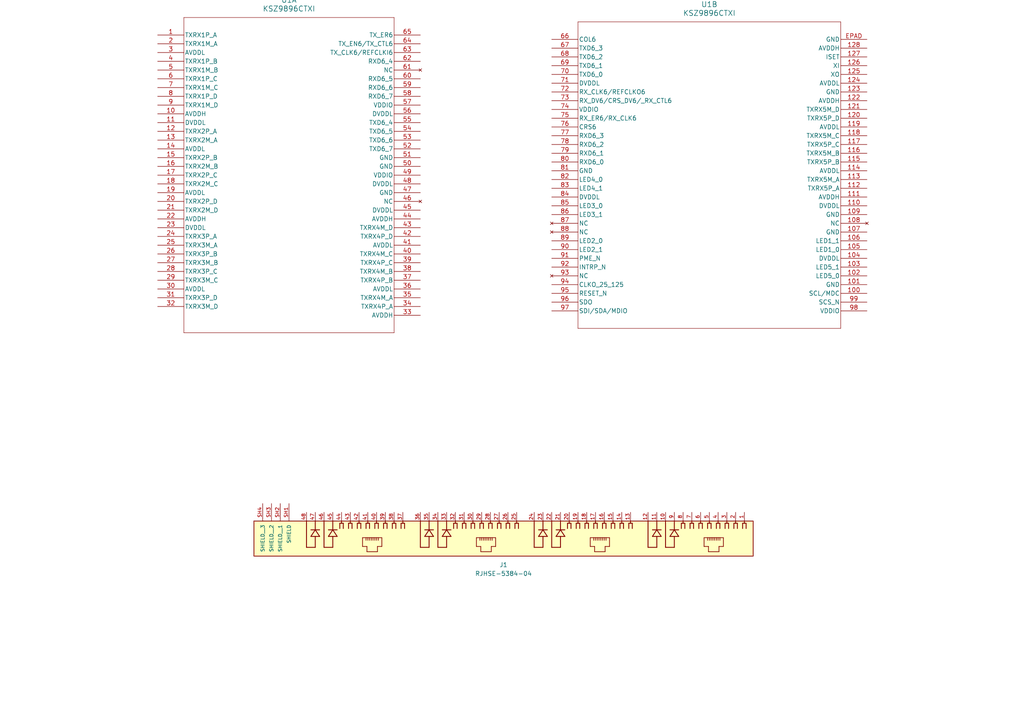
<source format=kicad_sch>
(kicad_sch (version 20250114) (generator "eeschema") (generator_version "9.0")
  (paper "A4")
  (lib_symbols
    (symbol "cm4-router-sym:RJHSE-5384-04" (pin_names (offset 1.016))
      (property "Reference" "J" (at -5.0805 69.2221 0))
      (property "Value" "RJHSE-5384-04" (at -5.0876 -78.8461 0))
      (symbol "RJHSE-5384-04_0_0"
        (polyline (pts (xy -5.08 66.04) (xy -4.445 66.04)) (stroke (width 0.254)))
        (polyline (pts (xy -5.08 63.5) (xy -4.445 63.5)) (stroke (width 0.254)))
        (polyline (pts (xy -5.08 60.96) (xy -4.445 60.96)) (stroke (width 0.254)))
        (polyline (pts (xy -5.08 58.42) (xy -4.445 58.42)) (stroke (width 0.254)))
        (polyline (pts (xy -5.08 55.88) (xy -4.445 55.88)) (stroke (width 0.254)))
        (polyline (pts (xy -5.08 53.34) (xy -4.445 53.34)) (stroke (width 0.254)))
        (polyline (pts (xy -5.08 50.8) (xy -4.445 50.8)) (stroke (width 0.254)))
        (polyline (pts (xy -5.08 48.26) (xy -4.445 48.26)) (stroke (width 0.254)))
        (polyline (pts (xy -5.08 45.72) (xy -2.54 45.72)) (stroke (width 0.254)))
        (polyline (pts (xy -5.08 40.64) (xy -2.54 40.64)) (stroke (width 0.254)))
        (polyline (pts (xy -5.08 33.02) (xy -4.445 33.02)) (stroke (width 0.254)))
        (polyline (pts (xy -5.08 30.48) (xy -4.445 30.48)) (stroke (width 0.254)))
        (polyline (pts (xy -5.08 27.94) (xy -4.445 27.94)) (stroke (width 0.254)))
        (polyline (pts (xy -5.08 25.4) (xy -4.445 25.4)) (stroke (width 0.254)))
        (polyline (pts (xy -5.08 22.86) (xy -4.445 22.86)) (stroke (width 0.254)))
        (polyline (pts (xy -5.08 20.32) (xy -4.445 20.32)) (stroke (width 0.254)))
        (polyline (pts (xy -5.08 17.78) (xy -4.445 17.78)) (stroke (width 0.254)))
        (polyline (pts (xy -5.08 15.24) (xy -4.445 15.24)) (stroke (width 0.254)))
        (polyline (pts (xy -5.08 12.7) (xy -2.54 12.7)) (stroke (width 0.254)))
        (polyline (pts (xy -5.08 7.62) (xy -2.54 7.62)) (stroke (width 0.254)))
        (polyline (pts (xy -5.08 0) (xy -4.445 0)) (stroke (width 0.254)))
        (polyline (pts (xy -5.08 -2.54) (xy -4.445 -2.54)) (stroke (width 0.254)))
        (polyline (pts (xy -5.08 -5.08) (xy -4.445 -5.08)) (stroke (width 0.254)))
        (polyline (pts (xy -5.08 -7.62) (xy -4.445 -7.62)) (stroke (width 0.254)))
        (polyline (pts (xy -5.08 -10.16) (xy -4.445 -10.16)) (stroke (width 0.254)))
        (polyline (pts (xy -5.08 -12.7) (xy -4.445 -12.7)) (stroke (width 0.254)))
        (polyline (pts (xy -5.08 -15.24) (xy -4.445 -15.24)) (stroke (width 0.254)))
        (polyline (pts (xy -5.08 -17.78) (xy -4.445 -17.78)) (stroke (width 0.254)))
        (polyline (pts (xy -5.08 -20.32) (xy -2.54 -20.32)) (stroke (width 0.254)))
        (polyline (pts (xy -5.08 -25.4) (xy -2.54 -25.4)) (stroke (width 0.254)))
        (polyline (pts (xy -5.08 -33.02) (xy -4.445 -33.02)) (stroke (width 0.254)))
        (polyline (pts (xy -5.08 -35.56) (xy -4.445 -35.56)) (stroke (width 0.254)))
        (polyline (pts (xy -5.08 -38.1) (xy -4.445 -38.1)) (stroke (width 0.254)))
        (polyline (pts (xy -5.08 -40.64) (xy -4.445 -40.64)) (stroke (width 0.254)))
        (polyline (pts (xy -5.08 -43.18) (xy -4.445 -43.18)) (stroke (width 0.254)))
        (polyline (pts (xy -5.08 -45.72) (xy -4.445 -45.72)) (stroke (width 0.254)))
        (polyline (pts (xy -5.08 -48.26) (xy -4.445 -48.26)) (stroke (width 0.254)))
        (polyline (pts (xy -5.08 -50.8) (xy -4.445 -50.8)) (stroke (width 0.254)))
        (polyline (pts (xy -5.08 -53.34) (xy -2.54 -53.34)) (stroke (width 0.254)))
        (polyline (pts (xy -5.08 -58.42) (xy -2.54 -58.42)) (stroke (width 0.254)))
        (rectangle (start -5.08 -76.2) (end 5.08 68.58) (stroke (width 0.254)) (fill (type background)))
        (polyline (pts (xy -4.445 66.548) (xy -4.445 66.04)) (stroke (width 0.254)))
        (polyline (pts (xy -4.445 66.04) (xy -4.445 65.532)) (stroke (width 0.254)))
        (polyline (pts (xy -4.445 65.532) (xy -2.921 65.532)) (stroke (width 0.254)))
        (polyline (pts (xy -4.445 64.008) (xy -4.445 63.5)) (stroke (width 0.254)))
        (polyline (pts (xy -4.445 63.5) (xy -4.445 62.992)) (stroke (width 0.254)))
        (polyline (pts (xy -4.445 62.992) (xy -2.921 62.992)) (stroke (width 0.254)))
        (polyline (pts (xy -4.445 61.468) (xy -4.445 60.96)) (stroke (width 0.254)))
        (polyline (pts (xy -4.445 60.96) (xy -4.445 60.452)) (stroke (width 0.254)))
        (polyline (pts (xy -4.445 60.452) (xy -2.921 60.452)) (stroke (width 0.254)))
        (polyline (pts (xy -4.445 58.928) (xy -4.445 58.42)) (stroke (width 0.254)))
        (polyline (pts (xy -4.445 58.42) (xy -4.445 57.912)) (stroke (width 0.254)))
        (polyline (pts (xy -4.445 57.912) (xy -2.921 57.912)) (stroke (width 0.254)))
        (polyline (pts (xy -4.445 56.388) (xy -4.445 55.88)) (stroke (width 0.254)))
        (polyline (pts (xy -4.445 55.88) (xy -4.445 55.372)) (stroke (width 0.254)))
        (polyline (pts (xy -4.445 55.372) (xy -2.921 55.372)) (stroke (width 0.254)))
        (polyline (pts (xy -4.445 53.848) (xy -4.445 53.34)) (stroke (width 0.254)))
        (polyline (pts (xy -4.445 53.34) (xy -4.445 52.832)) (stroke (width 0.254)))
        (polyline (pts (xy -4.445 52.832) (xy -2.921 52.832)) (stroke (width 0.254)))
        (polyline (pts (xy -4.445 51.308) (xy -4.445 50.8)) (stroke (width 0.254)))
        (polyline (pts (xy -4.445 50.8) (xy -4.445 50.292)) (stroke (width 0.254)))
        (polyline (pts (xy -4.445 50.292) (xy -2.921 50.292)) (stroke (width 0.254)))
        (polyline (pts (xy -4.445 48.768) (xy -4.445 48.26)) (stroke (width 0.254)))
        (polyline (pts (xy -4.445 48.26) (xy -4.445 47.752)) (stroke (width 0.254)))
        (polyline (pts (xy -4.445 47.752) (xy -2.921 47.752)) (stroke (width 0.254)))
        (polyline (pts (xy -4.445 33.528) (xy -4.445 33.02)) (stroke (width 0.254)))
        (polyline (pts (xy -4.445 33.02) (xy -4.445 32.512)) (stroke (width 0.254)))
        (polyline (pts (xy -4.445 32.512) (xy -2.921 32.512)) (stroke (width 0.254)))
        (polyline (pts (xy -4.445 30.988) (xy -4.445 30.48)) (stroke (width 0.254)))
        (polyline (pts (xy -4.445 30.48) (xy -4.445 29.972)) (stroke (width 0.254)))
        (polyline (pts (xy -4.445 29.972) (xy -2.921 29.972)) (stroke (width 0.254)))
        (polyline (pts (xy -4.445 28.448) (xy -4.445 27.94)) (stroke (width 0.254)))
        (polyline (pts (xy -4.445 27.94) (xy -4.445 27.432)) (stroke (width 0.254)))
        (polyline (pts (xy -4.445 27.432) (xy -2.921 27.432)) (stroke (width 0.254)))
        (polyline (pts (xy -4.445 25.908) (xy -4.445 25.4)) (stroke (width 0.254)))
        (polyline (pts (xy -4.445 25.4) (xy -4.445 24.892)) (stroke (width 0.254)))
        (polyline (pts (xy -4.445 24.892) (xy -2.921 24.892)) (stroke (width 0.254)))
        (polyline (pts (xy -4.445 23.368) (xy -4.445 22.86)) (stroke (width 0.254)))
        (polyline (pts (xy -4.445 22.86) (xy -4.445 22.352)) (stroke (width 0.254)))
        (polyline (pts (xy -4.445 22.352) (xy -2.921 22.352)) (stroke (width 0.254)))
        (polyline (pts (xy -4.445 20.828) (xy -4.445 20.32)) (stroke (width 0.254)))
        (polyline (pts (xy -4.445 20.32) (xy -4.445 19.812)) (stroke (width 0.254)))
        (polyline (pts (xy -4.445 19.812) (xy -2.921 19.812)) (stroke (width 0.254)))
        (polyline (pts (xy -4.445 18.288) (xy -4.445 17.78)) (stroke (width 0.254)))
        (polyline (pts (xy -4.445 17.78) (xy -4.445 17.272)) (stroke (width 0.254)))
        (polyline (pts (xy -4.445 17.272) (xy -2.921 17.272)) (stroke (width 0.254)))
        (polyline (pts (xy -4.445 15.748) (xy -4.445 15.24)) (stroke (width 0.254)))
        (polyline (pts (xy -4.445 15.24) (xy -4.445 14.732)) (stroke (width 0.254)))
        (polyline (pts (xy -4.445 14.732) (xy -2.921 14.732)) (stroke (width 0.254)))
        (polyline (pts (xy -4.445 0.508) (xy -4.445 0)) (stroke (width 0.254)))
        (polyline (pts (xy -4.445 0) (xy -4.445 -0.508)) (stroke (width 0.254)))
        (polyline (pts (xy -4.445 -0.508) (xy -2.921 -0.508)) (stroke (width 0.254)))
        (polyline (pts (xy -4.445 -2.032) (xy -4.445 -2.54)) (stroke (width 0.254)))
        (polyline (pts (xy -4.445 -2.54) (xy -4.445 -3.048)) (stroke (width 0.254)))
        (polyline (pts (xy -4.445 -3.048) (xy -2.921 -3.048)) (stroke (width 0.254)))
        (polyline (pts (xy -4.445 -4.572) (xy -4.445 -5.08)) (stroke (width 0.254)))
        (polyline (pts (xy -4.445 -5.08) (xy -4.445 -5.588)) (stroke (width 0.254)))
        (polyline (pts (xy -4.445 -5.588) (xy -2.921 -5.588)) (stroke (width 0.254)))
        (polyline (pts (xy -4.445 -7.112) (xy -4.445 -7.62)) (stroke (width 0.254)))
        (polyline (pts (xy -4.445 -7.62) (xy -4.445 -8.128)) (stroke (width 0.254)))
        (polyline (pts (xy -4.445 -8.128) (xy -2.921 -8.128)) (stroke (width 0.254)))
        (polyline (pts (xy -4.445 -9.652) (xy -4.445 -10.16)) (stroke (width 0.254)))
        (polyline (pts (xy -4.445 -10.16) (xy -4.445 -10.668)) (stroke (width 0.254)))
        (polyline (pts (xy -4.445 -10.668) (xy -2.921 -10.668)) (stroke (width 0.254)))
        (polyline (pts (xy -4.445 -12.192) (xy -4.445 -12.7)) (stroke (width 0.254)))
        (polyline (pts (xy -4.445 -12.7) (xy -4.445 -13.208)) (stroke (width 0.254)))
        (polyline (pts (xy -4.445 -13.208) (xy -2.921 -13.208)) (stroke (width 0.254)))
        (polyline (pts (xy -4.445 -14.732) (xy -4.445 -15.24)) (stroke (width 0.254)))
        (polyline (pts (xy -4.445 -15.24) (xy -4.445 -15.748)) (stroke (width 0.254)))
        (polyline (pts (xy -4.445 -15.748) (xy -2.921 -15.748)) (stroke (width 0.254)))
        (polyline (pts (xy -4.445 -17.272) (xy -4.445 -17.78)) (stroke (width 0.254)))
        (polyline (pts (xy -4.445 -17.78) (xy -4.445 -18.288)) (stroke (width 0.254)))
        (polyline (pts (xy -4.445 -18.288) (xy -2.921 -18.288)) (stroke (width 0.254)))
        (polyline (pts (xy -4.445 -32.512) (xy -4.445 -33.02)) (stroke (width 0.254)))
        (polyline (pts (xy -4.445 -33.02) (xy -4.445 -33.528)) (stroke (width 0.254)))
        (polyline (pts (xy -4.445 -33.528) (xy -2.921 -33.528)) (stroke (width 0.254)))
        (polyline (pts (xy -4.445 -35.052) (xy -4.445 -35.56)) (stroke (width 0.254)))
        (polyline (pts (xy -4.445 -35.56) (xy -4.445 -36.068)) (stroke (width 0.254)))
        (polyline (pts (xy -4.445 -36.068) (xy -2.921 -36.068)) (stroke (width 0.254)))
        (polyline (pts (xy -4.445 -37.592) (xy -4.445 -38.1)) (stroke (width 0.254)))
        (polyline (pts (xy -4.445 -38.1) (xy -4.445 -38.608)) (stroke (width 0.254)))
        (polyline (pts (xy -4.445 -38.608) (xy -2.921 -38.608)) (stroke (width 0.254)))
        (polyline (pts (xy -4.445 -40.132) (xy -4.445 -40.64)) (stroke (width 0.254)))
        (polyline (pts (xy -4.445 -40.64) (xy -4.445 -41.148)) (stroke (width 0.254)))
        (polyline (pts (xy -4.445 -41.148) (xy -2.921 -41.148)) (stroke (width 0.254)))
        (polyline (pts (xy -4.445 -42.672) (xy -4.445 -43.18)) (stroke (width 0.254)))
        (polyline (pts (xy -4.445 -43.18) (xy -4.445 -43.688)) (stroke (width 0.254)))
        (polyline (pts (xy -4.445 -43.688) (xy -2.921 -43.688)) (stroke (width 0.254)))
        (polyline (pts (xy -4.445 -45.212) (xy -4.445 -45.72)) (stroke (width 0.254)))
        (polyline (pts (xy -4.445 -45.72) (xy -4.445 -46.228)) (stroke (width 0.254)))
        (polyline (pts (xy -4.445 -46.228) (xy -2.921 -46.228)) (stroke (width 0.254)))
        (polyline (pts (xy -4.445 -47.752) (xy -4.445 -48.26)) (stroke (width 0.254)))
        (polyline (pts (xy -4.445 -48.26) (xy -4.445 -48.768)) (stroke (width 0.254)))
        (polyline (pts (xy -4.445 -48.768) (xy -2.921 -48.768)) (stroke (width 0.254)))
        (polyline (pts (xy -4.445 -50.292) (xy -4.445 -50.8)) (stroke (width 0.254)))
        (polyline (pts (xy -4.445 -50.8) (xy -4.445 -51.308)) (stroke (width 0.254)))
        (polyline (pts (xy -4.445 -51.308) (xy -2.921 -51.308)) (stroke (width 0.254)))
        (polyline (pts (xy -2.921 66.548) (xy -4.445 66.548)) (stroke (width 0.254)))
        (polyline (pts (xy -2.921 64.008) (xy -4.445 64.008)) (stroke (width 0.254)))
        (polyline (pts (xy -2.921 61.468) (xy -4.445 61.468)) (stroke (width 0.254)))
        (polyline (pts (xy -2.921 58.928) (xy -4.445 58.928)) (stroke (width 0.254)))
        (polyline (pts (xy -2.921 56.388) (xy -4.445 56.388)) (stroke (width 0.254)))
        (polyline (pts (xy -2.921 53.848) (xy -4.445 53.848)) (stroke (width 0.254)))
        (polyline (pts (xy -2.921 51.308) (xy -4.445 51.308)) (stroke (width 0.254)))
        (polyline (pts (xy -2.921 48.768) (xy -4.445 48.768)) (stroke (width 0.254)))
        (polyline (pts (xy -2.921 33.528) (xy -4.445 33.528)) (stroke (width 0.254)))
        (polyline (pts (xy -2.921 30.988) (xy -4.445 30.988)) (stroke (width 0.254)))
        (polyline (pts (xy -2.921 28.448) (xy -4.445 28.448)) (stroke (width 0.254)))
        (polyline (pts (xy -2.921 25.908) (xy -4.445 25.908)) (stroke (width 0.254)))
        (polyline (pts (xy -2.921 23.368) (xy -4.445 23.368)) (stroke (width 0.254)))
        (polyline (pts (xy -2.921 20.828) (xy -4.445 20.828)) (stroke (width 0.254)))
        (polyline (pts (xy -2.921 18.288) (xy -4.445 18.288)) (stroke (width 0.254)))
        (polyline (pts (xy -2.921 15.748) (xy -4.445 15.748)) (stroke (width 0.254)))
        (polyline (pts (xy -2.921 0.508) (xy -4.445 0.508)) (stroke (width 0.254)))
        (polyline (pts (xy -2.921 -2.032) (xy -4.445 -2.032)) (stroke (width 0.254)))
        (polyline (pts (xy -2.921 -4.572) (xy -4.445 -4.572)) (stroke (width 0.254)))
        (polyline (pts (xy -2.921 -7.112) (xy -4.445 -7.112)) (stroke (width 0.254)))
        (polyline (pts (xy -2.921 -9.652) (xy -4.445 -9.652)) (stroke (width 0.254)))
        (polyline (pts (xy -2.921 -12.192) (xy -4.445 -12.192)) (stroke (width 0.254)))
        (polyline (pts (xy -2.921 -14.732) (xy -4.445 -14.732)) (stroke (width 0.254)))
        (polyline (pts (xy -2.921 -17.272) (xy -4.445 -17.272)) (stroke (width 0.254)))
        (polyline (pts (xy -2.921 -32.512) (xy -4.445 -32.512)) (stroke (width 0.254)))
        (polyline (pts (xy -2.921 -35.052) (xy -4.445 -35.052)) (stroke (width 0.254)))
        (polyline (pts (xy -2.921 -37.592) (xy -4.445 -37.592)) (stroke (width 0.254)))
        (polyline (pts (xy -2.921 -40.132) (xy -4.445 -40.132)) (stroke (width 0.254)))
        (polyline (pts (xy -2.921 -42.672) (xy -4.445 -42.672)) (stroke (width 0.254)))
        (polyline (pts (xy -2.921 -45.212) (xy -4.445 -45.212)) (stroke (width 0.254)))
        (polyline (pts (xy -2.921 -47.752) (xy -4.445 -47.752)) (stroke (width 0.254)))
        (polyline (pts (xy -2.921 -50.292) (xy -4.445 -50.292)) (stroke (width 0.254)))
        (polyline (pts (xy -2.54 46.99) (xy -2.54 45.72)) (stroke (width 0.254)))
        (polyline (pts (xy -2.54 45.72) (xy -2.54 44.45)) (stroke (width 0.254)))
        (polyline (pts (xy -2.54 45.72) (xy -0.635 46.99)) (stroke (width 0.254)))
        (polyline (pts (xy -2.54 41.91) (xy -2.54 40.64)) (stroke (width 0.254)))
        (polyline (pts (xy -2.54 40.64) (xy -2.54 39.37)) (stroke (width 0.254)))
        (polyline (pts (xy -2.54 40.64) (xy -0.635 41.91)) (stroke (width 0.254)))
        (polyline (pts (xy -2.54 13.97) (xy -2.54 12.7)) (stroke (width 0.254)))
        (polyline (pts (xy -2.54 12.7) (xy -2.54 11.43)) (stroke (width 0.254)))
        (polyline (pts (xy -2.54 12.7) (xy -0.635 13.97)) (stroke (width 0.254)))
        (polyline (pts (xy -2.54 8.89) (xy -2.54 7.62)) (stroke (width 0.254)))
        (polyline (pts (xy -2.54 7.62) (xy -2.54 6.35)) (stroke (width 0.254)))
        (polyline (pts (xy -2.54 7.62) (xy -0.635 8.89)) (stroke (width 0.254)))
        (polyline (pts (xy -2.54 -19.05) (xy -2.54 -20.32)) (stroke (width 0.254)))
        (polyline (pts (xy -2.54 -20.32) (xy -2.54 -21.59)) (stroke (width 0.254)))
        (polyline (pts (xy -2.54 -20.32) (xy -0.635 -19.05)) (stroke (width 0.254)))
        (polyline (pts (xy -2.54 -24.13) (xy -2.54 -25.4)) (stroke (width 0.254)))
        (polyline (pts (xy -2.54 -25.4) (xy -2.54 -26.67)) (stroke (width 0.254)))
        (polyline (pts (xy -2.54 -25.4) (xy -0.635 -24.13)) (stroke (width 0.254)))
        (polyline (pts (xy -2.54 -52.07) (xy -2.54 -53.34)) (stroke (width 0.254)))
        (polyline (pts (xy -2.54 -53.34) (xy -2.54 -54.61)) (stroke (width 0.254)))
        (polyline (pts (xy -2.54 -53.34) (xy -0.635 -52.07)) (stroke (width 0.254)))
        (polyline (pts (xy -2.54 -57.15) (xy -2.54 -58.42)) (stroke (width 0.254)))
        (polyline (pts (xy -2.54 -58.42) (xy -2.54 -59.69)) (stroke (width 0.254)))
        (polyline (pts (xy -2.54 -58.42) (xy -0.635 -57.15)) (stroke (width 0.254)))
        (polyline (pts (xy -0.635 46.99) (xy -0.635 45.72)) (stroke (width 0.254)))
        (polyline (pts (xy -0.635 45.72) (xy -0.635 44.45)) (stroke (width 0.254)))
        (polyline (pts (xy -0.635 45.72) (xy 2.54 45.72)) (stroke (width 0.254)))
        (polyline (pts (xy -0.635 44.45) (xy -2.54 45.72)) (stroke (width 0.254)))
        (polyline (pts (xy -0.635 41.91) (xy -0.635 40.64)) (stroke (width 0.254)))
        (polyline (pts (xy -0.635 40.64) (xy -0.635 39.37)) (stroke (width 0.254)))
        (polyline (pts (xy -0.635 40.64) (xy 2.54 40.64)) (stroke (width 0.254)))
        (polyline (pts (xy -0.635 39.37) (xy -2.54 40.64)) (stroke (width 0.254)))
        (polyline (pts (xy -0.635 13.97) (xy -0.635 12.7)) (stroke (width 0.254)))
        (polyline (pts (xy -0.635 12.7) (xy -0.635 11.43)) (stroke (width 0.254)))
        (polyline (pts (xy -0.635 12.7) (xy 2.54 12.7)) (stroke (width 0.254)))
        (polyline (pts (xy -0.635 11.43) (xy -2.54 12.7)) (stroke (width 0.254)))
        (polyline (pts (xy -0.635 8.89) (xy -0.635 7.62)) (stroke (width 0.254)))
        (polyline (pts (xy -0.635 7.62) (xy -0.635 6.35)) (stroke (width 0.254)))
        (polyline (pts (xy -0.635 7.62) (xy 2.54 7.62)) (stroke (width 0.254)))
        (polyline (pts (xy -0.635 6.35) (xy -2.54 7.62)) (stroke (width 0.254)))
        (polyline (pts (xy -0.635 -19.05) (xy -0.635 -20.32)) (stroke (width 0.254)))
        (polyline (pts (xy -0.635 -20.32) (xy -0.635 -21.59)) (stroke (width 0.254)))
        (polyline (pts (xy -0.635 -20.32) (xy 2.54 -20.32)) (stroke (width 0.254)))
        (polyline (pts (xy -0.635 -21.59) (xy -2.54 -20.32)) (stroke (width 0.254)))
        (polyline (pts (xy -0.635 -24.13) (xy -0.635 -25.4)) (stroke (width 0.254)))
        (polyline (pts (xy -0.635 -25.4) (xy -0.635 -26.67)) (stroke (width 0.254)))
        (polyline (pts (xy -0.635 -25.4) (xy 2.54 -25.4)) (stroke (width 0.254)))
        (polyline (pts (xy -0.635 -26.67) (xy -2.54 -25.4)) (stroke (width 0.254)))
        (polyline (pts (xy -0.635 -52.07) (xy -0.635 -53.34)) (stroke (width 0.254)))
        (polyline (pts (xy -0.635 -53.34) (xy -0.635 -54.61)) (stroke (width 0.254)))
        (polyline (pts (xy -0.635 -53.34) (xy 2.54 -53.34)) (stroke (width 0.254)))
        (polyline (pts (xy -0.635 -54.61) (xy -2.54 -53.34)) (stroke (width 0.254)))
        (polyline (pts (xy -0.635 -57.15) (xy -0.635 -58.42)) (stroke (width 0.254)))
        (polyline (pts (xy -0.635 -58.42) (xy -0.635 -59.69)) (stroke (width 0.254)))
        (polyline (pts (xy -0.635 -58.42) (xy 2.54 -58.42)) (stroke (width 0.254)))
        (polyline (pts (xy -0.635 -59.69) (xy -2.54 -58.42)) (stroke (width 0.254)))
        (polyline (pts (xy -0.254 59.944) (xy -0.254 58.928)) (stroke (width 0.1998)))
        (polyline (pts (xy -0.254 58.928) (xy -0.254 58.42)) (stroke (width 0.1998)))
        (polyline (pts (xy -0.254 58.928) (xy 0.508 58.928)) (stroke (width 0.1998)))
        (polyline (pts (xy -0.254 58.42) (xy -0.254 57.912)) (stroke (width 0.1998)))
        (polyline (pts (xy -0.254 58.42) (xy 0.508 58.42)) (stroke (width 0.1998)))
        (polyline (pts (xy -0.254 57.912) (xy -0.254 57.404)) (stroke (width 0.1998)))
        (polyline (pts (xy -0.254 57.912) (xy 0.508 57.912)) (stroke (width 0.1998)))
        (polyline (pts (xy -0.254 57.404) (xy -0.254 56.896)) (stroke (width 0.1998)))
        (polyline (pts (xy -0.254 57.404) (xy 0.508 57.404)) (stroke (width 0.1998)))
        (polyline (pts (xy -0.254 56.896) (xy -0.254 56.388)) (stroke (width 0.1998)))
        (polyline (pts (xy -0.254 56.896) (xy 0.508 56.896)) (stroke (width 0.1998)))
        (polyline (pts (xy -0.254 56.388) (xy -0.254 55.88)) (stroke (width 0.1998)))
        (polyline (pts (xy -0.254 56.388) (xy 0.508 56.388)) (stroke (width 0.1998)))
        (polyline (pts (xy -0.254 55.88) (xy -0.254 55.372)) (stroke (width 0.1998)))
        (polyline (pts (xy -0.254 55.88) (xy 0.508 55.88)) (stroke (width 0.1998)))
        (polyline (pts (xy -0.254 55.372) (xy -0.254 54.356)) (stroke (width 0.1998)))
        (polyline (pts (xy -0.254 55.372) (xy 0.508 55.372)) (stroke (width 0.1998)))
        (polyline (pts (xy -0.254 54.356) (xy 2.286 54.356)) (stroke (width 0.1998)))
        (polyline (pts (xy -0.254 26.924) (xy -0.254 25.908)) (stroke (width 0.1998)))
        (polyline (pts (xy -0.254 25.908) (xy -0.254 25.4)) (stroke (width 0.1998)))
        (polyline (pts (xy -0.254 25.908) (xy 0.508 25.908)) (stroke (width 0.1998)))
        (polyline (pts (xy -0.254 25.4) (xy -0.254 24.892)) (stroke (width 0.1998)))
        (polyline (pts (xy -0.254 25.4) (xy 0.508 25.4)) (stroke (width 0.1998)))
        (polyline (pts (xy -0.254 24.892) (xy -0.254 24.384)) (stroke (width 0.1998)))
        (polyline (pts (xy -0.254 24.892) (xy 0.508 24.892)) (stroke (width 0.1998)))
        (polyline (pts (xy -0.254 24.384) (xy -0.254 23.876)) (stroke (width 0.1998)))
        (polyline (pts (xy -0.254 24.384) (xy 0.508 24.384)) (stroke (width 0.1998)))
        (polyline (pts (xy -0.254 23.876) (xy -0.254 23.368)) (stroke (width 0.1998)))
        (polyline (pts (xy -0.254 23.876) (xy 0.508 23.876)) (stroke (width 0.1998)))
        (polyline (pts (xy -0.254 23.368) (xy -0.254 22.86)) (stroke (width 0.1998)))
        (polyline (pts (xy -0.254 23.368) (xy 0.508 23.368)) (stroke (width 0.1998)))
        (polyline (pts (xy -0.254 22.86) (xy -0.254 22.352)) (stroke (width 0.1998)))
        (polyline (pts (xy -0.254 22.86) (xy 0.508 22.86)) (stroke (width 0.1998)))
        (polyline (pts (xy -0.254 22.352) (xy -0.254 21.336)) (stroke (width 0.1998)))
        (polyline (pts (xy -0.254 22.352) (xy 0.508 22.352)) (stroke (width 0.1998)))
        (polyline (pts (xy -0.254 21.336) (xy 2.286 21.336)) (stroke (width 0.1998)))
        (polyline (pts (xy -0.254 -6.096) (xy -0.254 -7.112)) (stroke (width 0.1998)))
        (polyline (pts (xy -0.254 -7.112) (xy -0.254 -7.62)) (stroke (width 0.1998)))
        (polyline (pts (xy -0.254 -7.112) (xy 0.508 -7.112)) (stroke (width 0.1998)))
        (polyline (pts (xy -0.254 -7.62) (xy -0.254 -8.128)) (stroke (width 0.1998)))
        (polyline (pts (xy -0.254 -7.62) (xy 0.508 -7.62)) (stroke (width 0.1998)))
        (polyline (pts (xy -0.254 -8.128) (xy -0.254 -8.636)) (stroke (width 0.1998)))
        (polyline (pts (xy -0.254 -8.128) (xy 0.508 -8.128)) (stroke (width 0.1998)))
        (polyline (pts (xy -0.254 -8.636) (xy -0.254 -9.144)) (stroke (width 0.1998)))
        (polyline (pts (xy -0.254 -8.636) (xy 0.508 -8.636)) (stroke (width 0.1998)))
        (polyline (pts (xy -0.254 -9.144) (xy -0.254 -9.652)) (stroke (width 0.1998)))
        (polyline (pts (xy -0.254 -9.144) (xy 0.508 -9.144)) (stroke (width 0.1998)))
        (polyline (pts (xy -0.254 -9.652) (xy -0.254 -10.16)) (stroke (width 0.1998)))
        (polyline (pts (xy -0.254 -9.652) (xy 0.508 -9.652)) (stroke (width 0.1998)))
        (polyline (pts (xy -0.254 -10.16) (xy -0.254 -10.668)) (stroke (width 0.1998)))
        (polyline (pts (xy -0.254 -10.16) (xy 0.508 -10.16)) (stroke (width 0.1998)))
        (polyline (pts (xy -0.254 -10.668) (xy -0.254 -11.684)) (stroke (width 0.1998)))
        (polyline (pts (xy -0.254 -10.668) (xy 0.508 -10.668)) (stroke (width 0.1998)))
        (polyline (pts (xy -0.254 -11.684) (xy 2.286 -11.684)) (stroke (width 0.1998)))
        (polyline (pts (xy -0.254 -39.116) (xy -0.254 -40.132)) (stroke (width 0.1998)))
        (polyline (pts (xy -0.254 -40.132) (xy -0.254 -40.64)) (stroke (width 0.1998)))
        (polyline (pts (xy -0.254 -40.132) (xy 0.508 -40.132)) (stroke (width 0.1998)))
        (polyline (pts (xy -0.254 -40.64) (xy -0.254 -41.148)) (stroke (width 0.1998)))
        (polyline (pts (xy -0.254 -40.64) (xy 0.508 -40.64)) (stroke (width 0.1998)))
        (polyline (pts (xy -0.254 -41.148) (xy -0.254 -41.656)) (stroke (width 0.1998)))
        (polyline (pts (xy -0.254 -41.148) (xy 0.508 -41.148)) (stroke (width 0.1998)))
        (polyline (pts (xy -0.254 -41.656) (xy -0.254 -42.164)) (stroke (width 0.1998)))
        (polyline (pts (xy -0.254 -41.656) (xy 0.508 -41.656)) (stroke (width 0.1998)))
        (polyline (pts (xy -0.254 -42.164) (xy -0.254 -42.672)) (stroke (width 0.1998)))
        (polyline (pts (xy -0.254 -42.164) (xy 0.508 -42.164)) (stroke (width 0.1998)))
        (polyline (pts (xy -0.254 -42.672) (xy -0.254 -43.18)) (stroke (width 0.1998)))
        (polyline (pts (xy -0.254 -42.672) (xy 0.508 -42.672)) (stroke (width 0.1998)))
        (polyline (pts (xy -0.254 -43.18) (xy -0.254 -43.688)) (stroke (width 0.1998)))
        (polyline (pts (xy -0.254 -43.18) (xy 0.508 -43.18)) (stroke (width 0.1998)))
        (polyline (pts (xy -0.254 -43.688) (xy -0.254 -44.704)) (stroke (width 0.1998)))
        (polyline (pts (xy -0.254 -43.688) (xy 0.508 -43.688)) (stroke (width 0.1998)))
        (polyline (pts (xy -0.254 -44.704) (xy 2.286 -44.704)) (stroke (width 0.1998)))
        (polyline (pts (xy 2.286 59.944) (xy -0.254 59.944)) (stroke (width 0.1998)))
        (polyline (pts (xy 2.286 58.674) (xy 2.286 59.944)) (stroke (width 0.1998)))
        (polyline (pts (xy 2.286 55.626) (xy 3.81 55.626)) (stroke (width 0.1998)))
        (polyline (pts (xy 2.286 54.356) (xy 2.286 55.626)) (stroke (width 0.1998)))
        (polyline (pts (xy 2.286 26.924) (xy -0.254 26.924)) (stroke (width 0.1998)))
        (polyline (pts (xy 2.286 25.654) (xy 2.286 26.924)) (stroke (width 0.1998)))
        (polyline (pts (xy 2.286 22.606) (xy 3.81 22.606)) (stroke (width 0.1998)))
        (polyline (pts (xy 2.286 21.336) (xy 2.286 22.606)) (stroke (width 0.1998)))
        (polyline (pts (xy 2.286 -6.096) (xy -0.254 -6.096)) (stroke (width 0.1998)))
        (polyline (pts (xy 2.286 -7.366) (xy 2.286 -6.096)) (stroke (width 0.1998)))
        (polyline (pts (xy 2.286 -10.414) (xy 3.81 -10.414)) (stroke (width 0.1998)))
        (polyline (pts (xy 2.286 -11.684) (xy 2.286 -10.414)) (stroke (width 0.1998)))
        (polyline (pts (xy 2.286 -39.116) (xy -0.254 -39.116)) (stroke (width 0.1998)))
        (polyline (pts (xy 2.286 -40.386) (xy 2.286 -39.116)) (stroke (width 0.1998)))
        (polyline (pts (xy 2.286 -43.434) (xy 3.81 -43.434)) (stroke (width 0.1998)))
        (polyline (pts (xy 2.286 -44.704) (xy 2.286 -43.434)) (stroke (width 0.1998)))
        (polyline (pts (xy 2.54 45.72) (xy 2.54 43.18)) (stroke (width 0.254)))
        (polyline (pts (xy 2.54 43.18) (xy -5.08 43.18)) (stroke (width 0.254)))
        (polyline (pts (xy 2.54 40.64) (xy 2.54 38.1)) (stroke (width 0.254)))
        (polyline (pts (xy 2.54 38.1) (xy -5.08 38.1)) (stroke (width 0.254)))
        (polyline (pts (xy 2.54 12.7) (xy 2.54 10.16)) (stroke (width 0.254)))
        (polyline (pts (xy 2.54 10.16) (xy -5.08 10.16)) (stroke (width 0.254)))
        (polyline (pts (xy 2.54 7.62) (xy 2.54 5.08)) (stroke (width 0.254)))
        (polyline (pts (xy 2.54 5.08) (xy -5.08 5.08)) (stroke (width 0.254)))
        (polyline (pts (xy 2.54 -20.32) (xy 2.54 -22.86)) (stroke (width 0.254)))
        (polyline (pts (xy 2.54 -22.86) (xy -5.08 -22.86)) (stroke (width 0.254)))
        (polyline (pts (xy 2.54 -25.4) (xy 2.54 -27.94)) (stroke (width 0.254)))
        (polyline (pts (xy 2.54 -27.94) (xy -5.08 -27.94)) (stroke (width 0.254)))
        (polyline (pts (xy 2.54 -53.34) (xy 2.54 -55.88)) (stroke (width 0.254)))
        (polyline (pts (xy 2.54 -55.88) (xy -5.08 -55.88)) (stroke (width 0.254)))
        (polyline (pts (xy 2.54 -58.42) (xy 2.54 -60.96)) (stroke (width 0.254)))
        (polyline (pts (xy 2.54 -60.96) (xy -5.08 -60.96)) (stroke (width 0.254)))
        (polyline (pts (xy 3.81 58.674) (xy 2.286 58.674)) (stroke (width 0.1998)))
        (polyline (pts (xy 3.81 55.626) (xy 3.81 58.674)) (stroke (width 0.1998)))
        (polyline (pts (xy 3.81 25.654) (xy 2.286 25.654)) (stroke (width 0.1998)))
        (polyline (pts (xy 3.81 22.606) (xy 3.81 25.654)) (stroke (width 0.1998)))
        (polyline (pts (xy 3.81 -7.366) (xy 2.286 -7.366)) (stroke (width 0.1998)))
        (polyline (pts (xy 3.81 -10.414) (xy 3.81 -7.366)) (stroke (width 0.1998)))
        (polyline (pts (xy 3.81 -40.386) (xy 2.286 -40.386)) (stroke (width 0.1998)))
        (polyline (pts (xy 3.81 -43.434) (xy 3.81 -40.386)) (stroke (width 0.1998)))
        (pin bidirectional line (at -10.16 -66.04 0) (length 5.08) (name "SHIELD") (number "SH1"))
        (pin bidirectional line (at -10.16 -68.58 0) (length 5.08) (name "SHIELD__1") (number "SH2"))
        (pin bidirectional line (at -10.16 -71.12 0) (length 5.08) (name "SHIELD__2") (number "SH3"))
        (pin bidirectional line (at -10.16 -73.66 0) (length 5.08) (name "SHIELD__3") (number "SH4"))
        (pin passive line (at -7.62 66.04 0) (length 2.54) (name "~") (number "1"))
        (pin passive line (at -7.62 63.5 0) (length 2.54) (name "~") (number "2"))
        (pin passive line (at -7.62 60.96 0) (length 2.54) (name "~") (number "3"))
        (pin passive line (at -7.62 58.42 0) (length 2.54) (name "~") (number "4"))
        (pin passive line (at -7.62 55.88 0) (length 2.54) (name "~") (number "5"))
        (pin passive line (at -7.62 53.34 0) (length 2.54) (name "~") (number "6"))
        (pin passive line (at -7.62 50.8 0) (length 2.54) (name "~") (number "7"))
        (pin passive line (at -7.62 48.26 0) (length 2.54) (name "~") (number "8"))
        (pin passive line (at -7.62 45.72 0) (length 2.54) (name "~") (number "9"))
        (pin passive line (at -7.62 43.18 0) (length 2.54) (name "~") (number "10"))
        (pin passive line (at -7.62 40.64 0) (length 2.54) (name "~") (number "11"))
        (pin passive line (at -7.62 38.1 0) (length 2.54) (name "~") (number "12"))
        (pin passive line (at -7.62 33.02 0) (length 2.54) (name "~") (number "13"))
        (pin passive line (at -7.62 30.48 0) (length 2.54) (name "~") (number "14"))
        (pin passive line (at -7.62 27.94 0) (length 2.54) (name "~") (number "15"))
        (pin passive line (at -7.62 25.4 0) (length 2.54) (name "~") (number "16"))
        (pin passive line (at -7.62 22.86 0) (length 2.54) (name "~") (number "17"))
        (pin passive line (at -7.62 20.32 0) (length 2.54) (name "~") (number "18"))
        (pin passive line (at -7.62 17.78 0) (length 2.54) (name "~") (number "19"))
        (pin passive line (at -7.62 15.24 0) (length 2.54) (name "~") (number "20"))
        (pin passive line (at -7.62 12.7 0) (length 2.54) (name "~") (number "21"))
        (pin passive line (at -7.62 10.16 0) (length 2.54) (name "~") (number "22"))
        (pin passive line (at -7.62 7.62 0) (length 2.54) (name "~") (number "23"))
        (pin passive line (at -7.62 5.08 0) (length 2.54) (name "~") (number "24"))
        (pin passive line (at -7.62 0 0) (length 2.54) (name "~") (number "25"))
        (pin passive line (at -7.62 -2.54 0) (length 2.54) (name "~") (number "26"))
        (pin passive line (at -7.62 -5.08 0) (length 2.54) (name "~") (number "27"))
        (pin passive line (at -7.62 -7.62 0) (length 2.54) (name "~") (number "28"))
        (pin passive line (at -7.62 -10.16 0) (length 2.54) (name "~") (number "29"))
        (pin passive line (at -7.62 -12.7 0) (length 2.54) (name "~") (number "30"))
        (pin passive line (at -7.62 -15.24 0) (length 2.54) (name "~") (number "31"))
        (pin passive line (at -7.62 -17.78 0) (length 2.54) (name "~") (number "32"))
        (pin passive line (at -7.62 -20.32 0) (length 2.54) (name "~") (number "33"))
        (pin passive line (at -7.62 -22.86 0) (length 2.54) (name "~") (number "34"))
        (pin passive line (at -7.62 -25.4 0) (length 2.54) (name "~") (number "35"))
        (pin passive line (at -7.62 -27.94 0) (length 2.54) (name "~") (number "36"))
        (pin passive line (at -7.62 -33.02 0) (length 2.54) (name "~") (number "37"))
        (pin passive line (at -7.62 -35.56 0) (length 2.54) (name "~") (number "38"))
        (pin passive line (at -7.62 -38.1 0) (length 2.54) (name "~") (number "39"))
        (pin passive line (at -7.62 -40.64 0) (length 2.54) (name "~") (number "40"))
        (pin passive line (at -7.62 -43.18 0) (length 2.54) (name "~") (number "41"))
        (pin passive line (at -7.62 -45.72 0) (length 2.54) (name "~") (number "42"))
        (pin passive line (at -7.62 -48.26 0) (length 2.54) (name "~") (number "43"))
        (pin passive line (at -7.62 -50.8 0) (length 2.54) (name "~") (number "44"))
        (pin passive line (at -7.62 -53.34 0) (length 2.54) (name "~") (number "45"))
        (pin passive line (at -7.62 -55.88 0) (length 2.54) (name "~") (number "46"))
        (pin passive line (at -7.62 -58.42 0) (length 2.54) (name "~") (number "47"))
        (pin passive line (at -7.62 -60.96 0) (length 2.54) (name "~") (number "48"))
      )
    )
    (symbol "router:KSZ9896CTXI" (pin_names (offset 0.254))
      (property "Reference" "U" (at 38.1 10.16 0))
      (property "Value" "KSZ9896CTXI" (at 38.1 7.62 0))
      (symbol "KSZ9896CTXI_1_1"
        (polyline (pts (xy 7.62 5.08) (xy 7.62 -86.36)) (stroke (width 0.127)))
        (polyline (pts (xy 7.62 -86.36) (xy 68.58 -86.36)) (stroke (width 0.127)))
        (polyline (pts (xy 68.58 5.08) (xy 7.62 5.08)) (stroke (width 0.127)))
        (polyline (pts (xy 68.58 -86.36) (xy 68.58 5.08)) (stroke (width 0.127)))
        (pin unspecified line (at 0 0 0) (length 7.62) (name "TXRX1P_A") (number "1"))
        (pin unspecified line (at 0 -2.54 0) (length 7.62) (name "TXRX1M_A") (number "2"))
        (pin power_in line (at 0 -5.08 0) (length 7.62) (name "AVDDL") (number "3"))
        (pin unspecified line (at 0 -7.62 0) (length 7.62) (name "TXRX1P_B") (number "4"))
        (pin unspecified line (at 0 -10.16 0) (length 7.62) (name "TXRX1M_B") (number "5"))
        (pin unspecified line (at 0 -12.7 0) (length 7.62) (name "TXRX1P_C") (number "6"))
        (pin unspecified line (at 0 -15.24 0) (length 7.62) (name "TXRX1M_C") (number "7"))
        (pin unspecified line (at 0 -17.78 0) (length 7.62) (name "TXRX1P_D") (number "8"))
        (pin unspecified line (at 0 -20.32 0) (length 7.62) (name "TXRX1M_D") (number "9"))
        (pin power_in line (at 0 -22.86 0) (length 7.62) (name "AVDDH") (number "10"))
        (pin power_in line (at 0 -25.4 0) (length 7.62) (name "DVDDL") (number "11"))
        (pin unspecified line (at 0 -27.94 0) (length 7.62) (name "TXRX2P_A") (number "12"))
        (pin unspecified line (at 0 -30.48 0) (length 7.62) (name "TXRX2M_A") (number "13"))
        (pin power_in line (at 0 -33.02 0) (length 7.62) (name "AVDDL") (number "14"))
        (pin unspecified line (at 0 -35.56 0) (length 7.62) (name "TXRX2P_B") (number "15"))
        (pin unspecified line (at 0 -38.1 0) (length 7.62) (name "TXRX2M_B") (number "16"))
        (pin unspecified line (at 0 -40.64 0) (length 7.62) (name "TXRX2P_C") (number "17"))
        (pin unspecified line (at 0 -43.18 0) (length 7.62) (name "TXRX2M_C") (number "18"))
        (pin power_in line (at 0 -45.72 0) (length 7.62) (name "AVDDL") (number "19"))
        (pin unspecified line (at 0 -48.26 0) (length 7.62) (name "TXRX2P_D") (number "20"))
        (pin unspecified line (at 0 -50.8 0) (length 7.62) (name "TXRX2M_D") (number "21"))
        (pin power_in line (at 0 -53.34 0) (length 7.62) (name "AVDDH") (number "22"))
        (pin power_in line (at 0 -55.88 0) (length 7.62) (name "DVDDL") (number "23"))
        (pin unspecified line (at 0 -58.42 0) (length 7.62) (name "TXRX3P_A") (number "24"))
        (pin unspecified line (at 0 -60.96 0) (length 7.62) (name "TXRX3M_A") (number "25"))
        (pin unspecified line (at 0 -63.5 0) (length 7.62) (name "TXRX3P_B") (number "26"))
        (pin unspecified line (at 0 -66.04 0) (length 7.62) (name "TXRX3M_B") (number "27"))
        (pin unspecified line (at 0 -68.58 0) (length 7.62) (name "TXRX3P_C") (number "28"))
        (pin unspecified line (at 0 -71.12 0) (length 7.62) (name "TXRX3M_C") (number "29"))
        (pin power_in line (at 0 -73.66 0) (length 7.62) (name "AVDDL") (number "30"))
        (pin unspecified line (at 0 -76.2 0) (length 7.62) (name "TXRX3P_D") (number "31"))
        (pin unspecified line (at 0 -78.74 0) (length 7.62) (name "TXRX3M_D") (number "32"))
        (pin input line (at 76.2 0 180) (length 7.62) (name "TX_ER6") (number "65"))
        (pin input line (at 76.2 -2.54 180) (length 7.62) (name "TX_EN6/TX_CTL6") (number "64"))
        (pin bidirectional line (at 76.2 -5.08 180) (length 7.62) (name "TX_CLK6/REFCLKI6") (number "63"))
        (pin bidirectional line (at 76.2 -7.62 180) (length 7.62) (name "RXD6_4") (number "62"))
        (pin no_connect line (at 76.2 -10.16 180) (length 7.62) (name "NC") (number "61"))
        (pin bidirectional line (at 76.2 -12.7 180) (length 7.62) (name "RXD6_5") (number "60"))
        (pin bidirectional line (at 76.2 -15.24 180) (length 7.62) (name "RXD6_6") (number "59"))
        (pin bidirectional line (at 76.2 -17.78 180) (length 7.62) (name "RXD6_7") (number "58"))
        (pin power_in line (at 76.2 -20.32 180) (length 7.62) (name "VDDIO") (number "57"))
        (pin power_in line (at 76.2 -22.86 180) (length 7.62) (name "DVDDL") (number "56"))
        (pin input line (at 76.2 -25.4 180) (length 7.62) (name "TXD6_4") (number "55"))
        (pin input line (at 76.2 -27.94 180) (length 7.62) (name "TXD6_5") (number "54"))
        (pin input line (at 76.2 -30.48 180) (length 7.62) (name "TXD6_6") (number "53"))
        (pin input line (at 76.2 -33.02 180) (length 7.62) (name "TXD6_7") (number "52"))
        (pin power_out line (at 76.2 -35.56 180) (length 7.62) (name "GND") (number "51"))
        (pin power_out line (at 76.2 -38.1 180) (length 7.62) (name "GND") (number "50"))
        (pin power_in line (at 76.2 -40.64 180) (length 7.62) (name "VDDIO") (number "49"))
        (pin power_in line (at 76.2 -43.18 180) (length 7.62) (name "DVDDL") (number "48"))
        (pin power_out line (at 76.2 -45.72 180) (length 7.62) (name "GND") (number "47"))
        (pin no_connect line (at 76.2 -48.26 180) (length 7.62) (name "NC") (number "46"))
        (pin power_in line (at 76.2 -50.8 180) (length 7.62) (name "DVDDL") (number "45"))
        (pin power_in line (at 76.2 -53.34 180) (length 7.62) (name "AVDDH") (number "44"))
        (pin unspecified line (at 76.2 -55.88 180) (length 7.62) (name "TXRX4M_D") (number "43"))
        (pin unspecified line (at 76.2 -58.42 180) (length 7.62) (name "TXRX4P_D") (number "42"))
        (pin power_in line (at 76.2 -60.96 180) (length 7.62) (name "AVDDL") (number "41"))
        (pin unspecified line (at 76.2 -63.5 180) (length 7.62) (name "TXRX4M_C") (number "40"))
        (pin unspecified line (at 76.2 -66.04 180) (length 7.62) (name "TXRX4P_C") (number "39"))
        (pin unspecified line (at 76.2 -68.58 180) (length 7.62) (name "TXRX4M_B") (number "38"))
        (pin unspecified line (at 76.2 -71.12 180) (length 7.62) (name "TXRX4P_B") (number "37"))
        (pin power_in line (at 76.2 -73.66 180) (length 7.62) (name "AVDDL") (number "36"))
        (pin unspecified line (at 76.2 -76.2 180) (length 7.62) (name "TXRX4M_A") (number "35"))
        (pin unspecified line (at 76.2 -78.74 180) (length 7.62) (name "TXRX4P_A") (number "34"))
        (pin power_in line (at 76.2 -81.28 180) (length 7.62) (name "AVDDH") (number "33"))
      )
      (symbol "KSZ9896CTXI_2_1"
        (polyline (pts (xy 7.62 5.08) (xy 7.62 -83.82)) (stroke (width 0.127)))
        (polyline (pts (xy 7.62 -83.82) (xy 83.82 -83.82)) (stroke (width 0.127)))
        (polyline (pts (xy 83.82 5.08) (xy 7.62 5.08)) (stroke (width 0.127)))
        (polyline (pts (xy 83.82 -83.82) (xy 83.82 5.08)) (stroke (width 0.127)))
        (pin bidirectional line (at 0 0 0) (length 7.62) (name "COL6") (number "66"))
        (pin input line (at 0 -2.54 0) (length 7.62) (name "TXD6_3") (number "67"))
        (pin input line (at 0 -5.08 0) (length 7.62) (name "TXD6_2") (number "68"))
        (pin input line (at 0 -7.62 0) (length 7.62) (name "TXD6_1") (number "69"))
        (pin input line (at 0 -10.16 0) (length 7.62) (name "TXD6_0") (number "70"))
        (pin power_in line (at 0 -12.7 0) (length 7.62) (name "DVDDL") (number "71"))
        (pin bidirectional line (at 0 -15.24 0) (length 7.62) (name "RX_CLK6/REFCLKO6") (number "72"))
        (pin bidirectional line (at 0 -17.78 0) (length 7.62) (name "RX_DV6/CRS_DV6/_RX_CTL6") (number "73"))
        (pin power_in line (at 0 -20.32 0) (length 7.62) (name "VDDIO") (number "74"))
        (pin bidirectional line (at 0 -22.86 0) (length 7.62) (name "RX_ER6/RX_CLK6") (number "75"))
        (pin bidirectional line (at 0 -25.4 0) (length 7.62) (name "CRS6") (number "76"))
        (pin bidirectional line (at 0 -27.94 0) (length 7.62) (name "RXD6_3") (number "77"))
        (pin bidirectional line (at 0 -30.48 0) (length 7.62) (name "RXD6_2") (number "78"))
        (pin bidirectional line (at 0 -33.02 0) (length 7.62) (name "RXD6_1") (number "79"))
        (pin bidirectional line (at 0 -35.56 0) (length 7.62) (name "RXD6_0") (number "80"))
        (pin power_out line (at 0 -38.1 0) (length 7.62) (name "GND") (number "81"))
        (pin bidirectional line (at 0 -40.64 0) (length 7.62) (name "LED4_0") (number "82"))
        (pin bidirectional line (at 0 -43.18 0) (length 7.62) (name "LED4_1") (number "83"))
        (pin power_in line (at 0 -45.72 0) (length 7.62) (name "DVDDL") (number "84"))
        (pin bidirectional line (at 0 -48.26 0) (length 7.62) (name "LED3_0") (number "85"))
        (pin bidirectional line (at 0 -50.8 0) (length 7.62) (name "LED3_1") (number "86"))
        (pin no_connect line (at 0 -53.34 0) (length 7.62) (name "NC") (number "87"))
        (pin no_connect line (at 0 -55.88 0) (length 7.62) (name "NC") (number "88"))
        (pin bidirectional line (at 0 -58.42 0) (length 7.62) (name "LED2_0") (number "89"))
        (pin bidirectional line (at 0 -60.96 0) (length 7.62) (name "LED2_1") (number "90"))
        (pin output line (at 0 -63.5 0) (length 7.62) (name "PME_N") (number "91"))
        (pin output line (at 0 -66.04 0) (length 7.62) (name "INTRP_N") (number "92"))
        (pin no_connect line (at 0 -68.58 0) (length 7.62) (name "NC") (number "93"))
        (pin bidirectional line (at 0 -71.12 0) (length 7.62) (name "CLKO_25_125") (number "94"))
        (pin input line (at 0 -73.66 0) (length 7.62) (name "RESET_N") (number "95"))
        (pin output line (at 0 -76.2 0) (length 7.62) (name "SDO") (number "96"))
        (pin bidirectional line (at 0 -78.74 0) (length 7.62) (name "SDI/SDA/MDIO") (number "97"))
        (pin power_out line (at 91.44 0 180) (length 7.62) (name "GND") (number "EPAD"))
        (pin power_in line (at 91.44 -2.54 180) (length 7.62) (name "AVDDH") (number "128"))
        (pin unspecified line (at 91.44 -5.08 180) (length 7.62) (name "ISET") (number "127"))
        (pin input line (at 91.44 -7.62 180) (length 7.62) (name "XI") (number "126"))
        (pin output line (at 91.44 -10.16 180) (length 7.62) (name "XO") (number "125"))
        (pin power_in line (at 91.44 -12.7 180) (length 7.62) (name "AVDDL") (number "124"))
        (pin power_out line (at 91.44 -15.24 180) (length 7.62) (name "GND") (number "123"))
        (pin power_in line (at 91.44 -17.78 180) (length 7.62) (name "AVDDH") (number "122"))
        (pin unspecified line (at 91.44 -20.32 180) (length 7.62) (name "TXRX5M_D") (number "121"))
        (pin unspecified line (at 91.44 -22.86 180) (length 7.62) (name "TXRX5P_D") (number "120"))
        (pin power_in line (at 91.44 -25.4 180) (length 7.62) (name "AVDDL") (number "119"))
        (pin unspecified line (at 91.44 -27.94 180) (length 7.62) (name "TXRX5M_C") (number "118"))
        (pin unspecified line (at 91.44 -30.48 180) (length 7.62) (name "TXRX5P_C") (number "117"))
        (pin unspecified line (at 91.44 -33.02 180) (length 7.62) (name "TXRX5M_B") (number "116"))
        (pin unspecified line (at 91.44 -35.56 180) (length 7.62) (name "TXRX5P_B") (number "115"))
        (pin power_in line (at 91.44 -38.1 180) (length 7.62) (name "AVDDL") (number "114"))
        (pin unspecified line (at 91.44 -40.64 180) (length 7.62) (name "TXRX5M_A") (number "113"))
        (pin unspecified line (at 91.44 -43.18 180) (length 7.62) (name "TXRX5P_A") (number "112"))
        (pin power_in line (at 91.44 -45.72 180) (length 7.62) (name "AVDDH") (number "111"))
        (pin power_in line (at 91.44 -48.26 180) (length 7.62) (name "DVDDL") (number "110"))
        (pin power_out line (at 91.44 -50.8 180) (length 7.62) (name "GND") (number "109"))
        (pin no_connect line (at 91.44 -53.34 180) (length 7.62) (name "NC") (number "108"))
        (pin power_out line (at 91.44 -55.88 180) (length 7.62) (name "GND") (number "107"))
        (pin bidirectional line (at 91.44 -58.42 180) (length 7.62) (name "LED1_1") (number "106"))
        (pin bidirectional line (at 91.44 -60.96 180) (length 7.62) (name "LED1_0") (number "105"))
        (pin power_in line (at 91.44 -63.5 180) (length 7.62) (name "DVDDL") (number "104"))
        (pin bidirectional line (at 91.44 -66.04 180) (length 7.62) (name "LED5_1") (number "103"))
        (pin bidirectional line (at 91.44 -68.58 180) (length 7.62) (name "LED5_0") (number "102"))
        (pin power_out line (at 91.44 -71.12 180) (length 7.62) (name "GND") (number "101"))
        (pin input line (at 91.44 -73.66 180) (length 7.62) (name "SCL/MDC") (number "100"))
        (pin input line (at 91.44 -76.2 180) (length 7.62) (name "SCS_N") (number "99"))
        (pin power_in line (at 91.44 -78.74 180) (length 7.62) (name "VDDIO") (number "98"))
      )
    )
  )
  (symbol (lib_id "cm4-router-sym:RJHSE-5384-04") (at 149.86 156.21 270) (unit 1)
    (property "Reference" "J1" (at 146.05 163.83 90))
    (property "Value" "RJHSE-5384-04" (at 146.05 166.37 90))
    (property "Footprint" "router-footprints:AMPHENOL_RJHSE-5384-04" (effects (hide yes)))
    (property "PARTREV" "E" (effects (hide yes)))
    (property "STANDARD" "Manufacturer recommendations" (effects (hide yes)))
    (property "MANUFACTURER" "Amphenol Commercial Products" (effects (hide yes)))
  )
  (symbol (lib_id "router:KSZ9896CTXI") (at 45.72 10.16 0) (unit 1)
    (property "Reference" "U1" (at 83.82 0 0) (effects (font (size 1.524 1.524))))
    (property "Value" "KSZ9896CTXI" (at 83.82 2.54 0) (effects (font (size 1.524 1.524))))
    (property "Footprint" "router-footprints:TQFP128_EP_TX_MCH" (effects (hide yes)))
    (property "Datasheet" "KSZ9896CTXI" (effects (hide yes)))
  )
  (symbol (lib_id "router:KSZ9896CTXI") (at 160.02 11.43 0) (unit 2)
    (property "Reference" "U1" (at 205.74 1.27 0) (effects (font (size 1.524 1.524))))
    (property "Value" "KSZ9896CTXI" (at 205.74 3.81 0) (effects (font (size 1.524 1.524))))
    (property "Footprint" "router-footprints:TQFP128_EP_TX_MCH" (effects (hide yes)))
    (property "Datasheet" "KSZ9896CTXI" (effects (hide yes)))
  )
)
</source>
